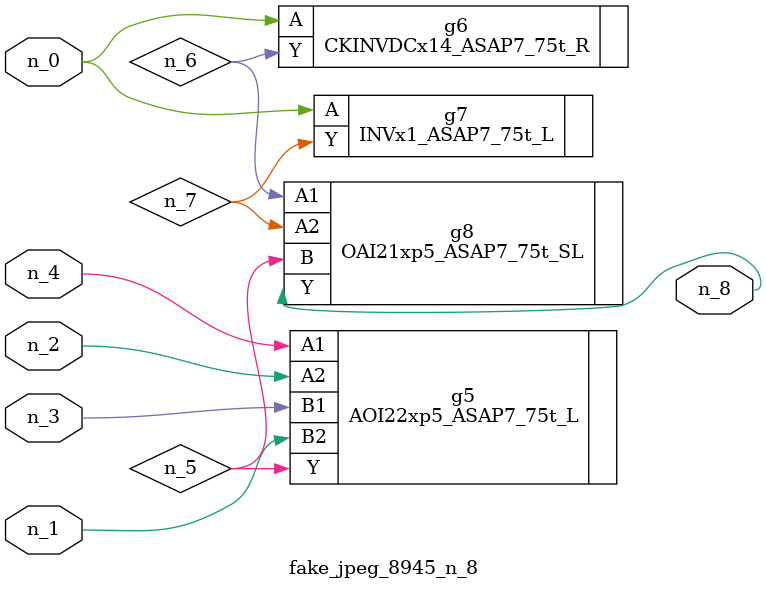
<source format=v>
module fake_jpeg_8945_n_8 (n_3, n_2, n_1, n_0, n_4, n_8);

input n_3;
input n_2;
input n_1;
input n_0;
input n_4;

output n_8;

wire n_6;
wire n_5;
wire n_7;

AOI22xp5_ASAP7_75t_L g5 ( 
.A1(n_4),
.A2(n_2),
.B1(n_3),
.B2(n_1),
.Y(n_5)
);

CKINVDCx14_ASAP7_75t_R g6 ( 
.A(n_0),
.Y(n_6)
);

INVx1_ASAP7_75t_L g7 ( 
.A(n_0),
.Y(n_7)
);

OAI21xp5_ASAP7_75t_SL g8 ( 
.A1(n_6),
.A2(n_7),
.B(n_5),
.Y(n_8)
);


endmodule
</source>
